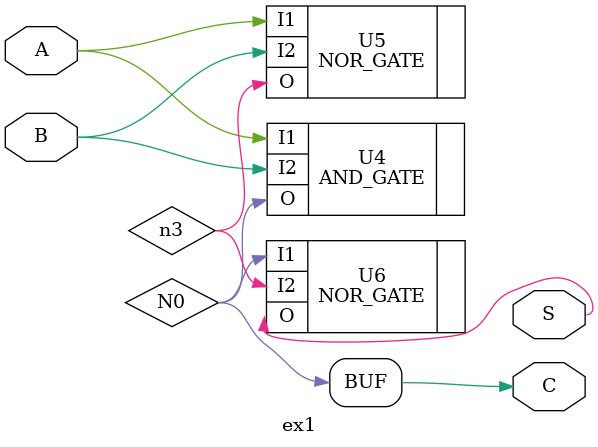
<source format=v>


module ex1 ( A, B, S, C );
  input A, B;
  output S, C;
  wire   N0, n3;
  assign C = N0;

  AND_GATE U4 ( .I1(A), .I2(B), .O(N0) );
  NOR_GATE U5 ( .I1(A), .I2(B), .O(n3) );
  NOR_GATE U6 ( .I1(N0), .I2(n3), .O(S) );
endmodule


</source>
